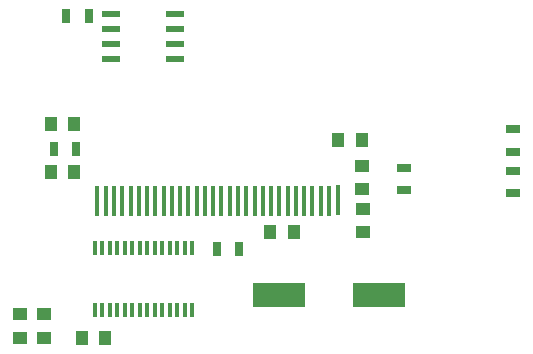
<source format=gbp>
G04 #@! TF.FileFunction,Paste,Bot*
%FSLAX46Y46*%
G04 Gerber Fmt 4.6, Leading zero omitted, Abs format (unit mm)*
G04 Created by KiCad (PCBNEW 4.0.7) date 11/19/17 13:53:12*
%MOMM*%
%LPD*%
G01*
G04 APERTURE LIST*
%ADD10C,0.100000*%
%ADD11R,0.350000X2.500000*%
%ADD12R,1.250000X1.000000*%
%ADD13R,0.700000X1.300000*%
%ADD14R,4.500000X2.000000*%
%ADD15R,1.300000X0.700000*%
%ADD16R,0.400000X1.200000*%
%ADD17R,1.550000X0.600000*%
%ADD18R,1.000000X1.250000*%
G04 APERTURE END LIST*
D10*
D11*
X125411880Y-96559420D03*
X126161880Y-96609420D03*
X126861880Y-96609420D03*
X127561880Y-96609420D03*
X128261880Y-96609420D03*
X128961880Y-96609420D03*
X129661880Y-96609420D03*
X130361880Y-96609420D03*
X131061880Y-96609420D03*
X131761880Y-96609420D03*
X132461880Y-96609420D03*
X133161880Y-96609420D03*
X133861880Y-96609420D03*
X134561880Y-96609420D03*
X135261880Y-96609420D03*
X135961880Y-96609420D03*
X136661880Y-96609420D03*
X137361880Y-96609420D03*
X138061880Y-96609420D03*
X138761880Y-96609420D03*
X139461880Y-96609420D03*
X140161880Y-96609420D03*
X140861880Y-96609420D03*
X141561880Y-96609420D03*
X142261880Y-96609420D03*
X142961880Y-96609420D03*
X143661880Y-96609420D03*
X144361880Y-96609420D03*
X145061880Y-96609420D03*
X145811880Y-96509420D03*
D12*
X147911880Y-99259420D03*
X147911880Y-97259420D03*
X147886880Y-93609420D03*
X147886880Y-95609420D03*
D13*
X123661880Y-92159420D03*
X121761880Y-92159420D03*
D14*
X140836880Y-104559420D03*
X149336880Y-104559420D03*
D15*
X160661880Y-94059420D03*
X160661880Y-95959420D03*
X151411880Y-93759420D03*
X151411880Y-95659420D03*
X160661880Y-92409420D03*
X160661880Y-90509420D03*
D13*
X135586880Y-100634420D03*
X137486880Y-100634420D03*
X124711880Y-80909420D03*
X122811880Y-80909420D03*
D16*
X125234380Y-100584420D03*
X125869380Y-100584420D03*
X126504380Y-100584420D03*
X127139380Y-100584420D03*
X127774380Y-100584420D03*
X128409380Y-100584420D03*
X129044380Y-100584420D03*
X129679380Y-100584420D03*
X130314380Y-100584420D03*
X130949380Y-100584420D03*
X131584380Y-100584420D03*
X132219380Y-100584420D03*
X132854380Y-100584420D03*
X133489380Y-100584420D03*
X133489380Y-105784420D03*
X132854380Y-105784420D03*
X132219380Y-105784420D03*
X131584380Y-105784420D03*
X130949380Y-105784420D03*
X130314380Y-105784420D03*
X129679380Y-105784420D03*
X129044380Y-105784420D03*
X128409380Y-105784420D03*
X127774380Y-105784420D03*
X127139380Y-105784420D03*
X126504380Y-105784420D03*
X125869380Y-105784420D03*
X125234380Y-105784420D03*
D17*
X126611880Y-84564420D03*
X126611880Y-83294420D03*
X126611880Y-82024420D03*
X126611880Y-80754420D03*
X132011880Y-80754420D03*
X132011880Y-82024420D03*
X132011880Y-83294420D03*
X132011880Y-84564420D03*
D18*
X140061880Y-99209420D03*
X142061880Y-99209420D03*
X121511880Y-90109420D03*
X123511880Y-90109420D03*
D12*
X118911880Y-106159420D03*
X118911880Y-108159420D03*
X120911880Y-106159420D03*
X120911880Y-108159420D03*
D18*
X126111880Y-108209420D03*
X124111880Y-108209420D03*
X121511880Y-94159420D03*
X123511880Y-94159420D03*
X147861880Y-91409420D03*
X145861880Y-91409420D03*
M02*

</source>
